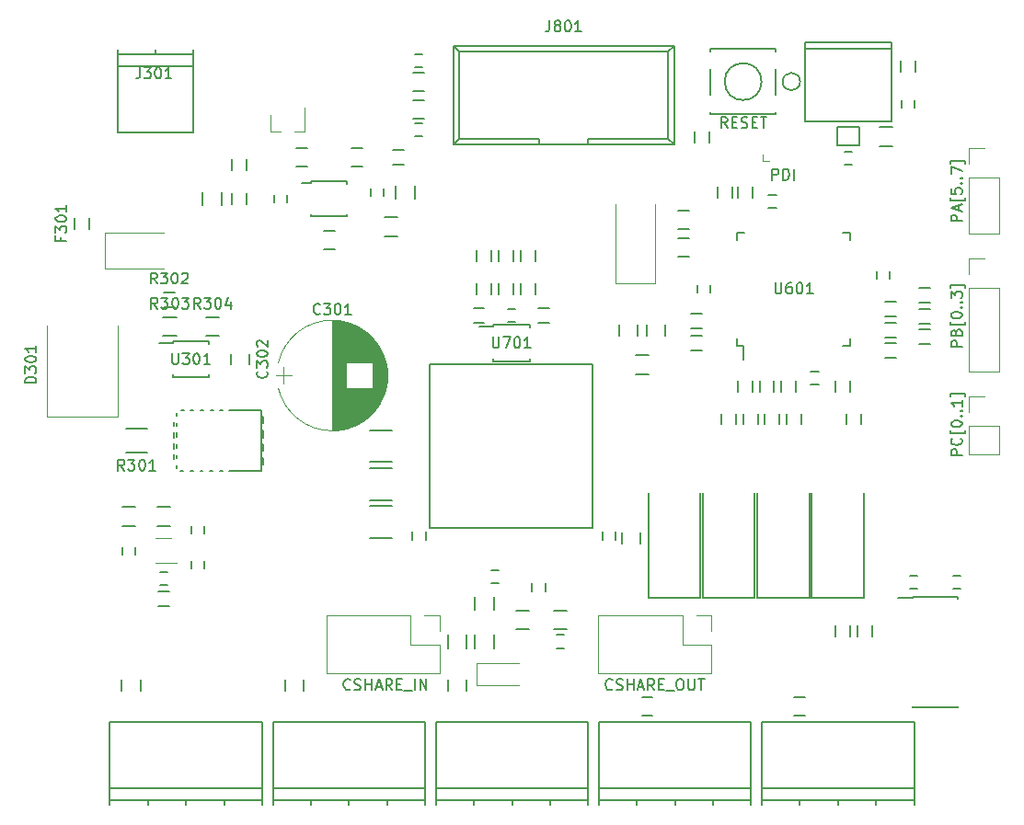
<source format=gto>
G04 #@! TF.FileFunction,Legend,Top*
%FSLAX46Y46*%
G04 Gerber Fmt 4.6, Leading zero omitted, Abs format (unit mm)*
G04 Created by KiCad (PCBNEW 4.0.7) date Saturday, September 09, 2017 'AMt' 08:37:02 AM*
%MOMM*%
%LPD*%
G01*
G04 APERTURE LIST*
%ADD10C,0.100000*%
%ADD11C,0.150000*%
%ADD12C,0.120000*%
G04 APERTURE END LIST*
D10*
D11*
X233785000Y-68745000D02*
X234360000Y-68745000D01*
X233785000Y-58395000D02*
X234460000Y-58395000D01*
X244135000Y-58395000D02*
X243460000Y-58395000D01*
X244135000Y-68745000D02*
X243460000Y-68745000D01*
X233785000Y-68745000D02*
X233785000Y-68070000D01*
X244135000Y-68745000D02*
X244135000Y-68070000D01*
X244135000Y-58395000D02*
X244135000Y-59070000D01*
X233785000Y-58395000D02*
X233785000Y-59070000D01*
X234360000Y-68745000D02*
X234360000Y-70020000D01*
X202000000Y-83525000D02*
X200000000Y-83525000D01*
X200000000Y-86475000D02*
X202000000Y-86475000D01*
X187050000Y-80300000D02*
X189950000Y-80300000D01*
X186150000Y-80300000D02*
X186400000Y-80300000D01*
X185250000Y-80300000D02*
X185500000Y-80300000D01*
X184350000Y-80300000D02*
X184600000Y-80300000D01*
X183500000Y-80300000D02*
X183700000Y-80300000D01*
X182550000Y-80300000D02*
X182800000Y-80300000D01*
X182150000Y-79750000D02*
X182150000Y-80000000D01*
X182150000Y-78850000D02*
X182150000Y-79100000D01*
X181950000Y-78750000D02*
X181950000Y-79150000D01*
X182150000Y-77800000D02*
X182150000Y-78200000D01*
X181950000Y-77750000D02*
X181950000Y-78250000D01*
X182150000Y-76750000D02*
X182150000Y-77150000D01*
X181950000Y-76700000D02*
X181950000Y-77200000D01*
X181950000Y-75800000D02*
X181950000Y-76150000D01*
X182150000Y-75850000D02*
X182150000Y-76150000D01*
X182150000Y-74950000D02*
X182150000Y-75200000D01*
X182850000Y-74700000D02*
X182600000Y-74700000D01*
X183750000Y-74700000D02*
X183500000Y-74700000D01*
X184650000Y-74700000D02*
X184400000Y-74700000D01*
X185550000Y-74700000D02*
X185300000Y-74700000D01*
X186450000Y-74700000D02*
X186150000Y-74700000D01*
X189950000Y-74700000D02*
X187050000Y-74700000D01*
X189950000Y-75900000D02*
X190150000Y-75900000D01*
X190150000Y-75900000D02*
X190150000Y-75300000D01*
X190150000Y-75300000D02*
X189950000Y-75300000D01*
X189950000Y-77200000D02*
X190150000Y-77200000D01*
X190150000Y-77200000D02*
X190150000Y-76600000D01*
X190150000Y-76600000D02*
X189950000Y-76600000D01*
X189950000Y-78400000D02*
X190150000Y-78400000D01*
X190150000Y-78400000D02*
X190150000Y-77800000D01*
X190150000Y-77800000D02*
X189950000Y-77800000D01*
X189950000Y-79700000D02*
X190150000Y-79700000D01*
X190150000Y-79700000D02*
X190150000Y-79100000D01*
X190150000Y-79100000D02*
X189950000Y-79100000D01*
X189950000Y-74700000D02*
X189950000Y-80300000D01*
X209625000Y-96600000D02*
X209625000Y-95400000D01*
X211375000Y-95400000D02*
X211375000Y-96600000D01*
X209625000Y-93100000D02*
X209625000Y-91900000D01*
X211375000Y-91900000D02*
X211375000Y-93100000D01*
D12*
X209750000Y-98000000D02*
X209750000Y-100000000D01*
X209750000Y-100000000D02*
X213650000Y-100000000D01*
X209750000Y-98000000D02*
X213650000Y-98000000D01*
D11*
X203900000Y-86600000D02*
X203900000Y-85900000D01*
X205100000Y-85900000D02*
X205100000Y-86600000D01*
X207125000Y-96600000D02*
X207125000Y-95400000D01*
X208875000Y-95400000D02*
X208875000Y-96600000D01*
X202000000Y-76525000D02*
X200000000Y-76525000D01*
X200000000Y-79475000D02*
X202000000Y-79475000D01*
X202000000Y-80025000D02*
X200000000Y-80025000D01*
X200000000Y-82975000D02*
X202000000Y-82975000D01*
X211175000Y-63000000D02*
X211175000Y-64000000D01*
X209825000Y-64000000D02*
X209825000Y-63000000D01*
X213175000Y-60000000D02*
X213175000Y-61000000D01*
X211825000Y-61000000D02*
X211825000Y-60000000D01*
X211175000Y-60000000D02*
X211175000Y-61000000D01*
X209825000Y-61000000D02*
X209825000Y-60000000D01*
X213175000Y-63000000D02*
X213175000Y-64000000D01*
X211825000Y-64000000D02*
X211825000Y-63000000D01*
X211325000Y-66825000D02*
X211325000Y-67000000D01*
X214675000Y-66825000D02*
X214675000Y-67075000D01*
X214675000Y-70175000D02*
X214675000Y-69925000D01*
X211325000Y-70175000D02*
X211325000Y-69925000D01*
X211325000Y-66825000D02*
X214675000Y-66825000D01*
X211325000Y-70175000D02*
X214675000Y-70175000D01*
X211325000Y-67000000D02*
X210075000Y-67000000D01*
X215175000Y-63000000D02*
X215175000Y-64000000D01*
X213825000Y-64000000D02*
X213825000Y-63000000D01*
X213350000Y-66600000D02*
X212650000Y-66600000D01*
X212650000Y-65400000D02*
X213350000Y-65400000D01*
X215175000Y-60000000D02*
X215175000Y-61000000D01*
X213825000Y-61000000D02*
X213825000Y-60000000D01*
X220500000Y-70500000D02*
X205500000Y-70500000D01*
X220500000Y-85500000D02*
X220500000Y-70500000D01*
X205500000Y-85500000D02*
X220500000Y-85500000D01*
X205500000Y-70500000D02*
X205500000Y-85500000D01*
X217850000Y-96600000D02*
X217150000Y-96600000D01*
X217150000Y-95400000D02*
X217850000Y-95400000D01*
X216900000Y-93125000D02*
X218100000Y-93125000D01*
X218100000Y-94875000D02*
X216900000Y-94875000D01*
X211150000Y-89400000D02*
X211850000Y-89400000D01*
X211850000Y-90600000D02*
X211150000Y-90600000D01*
X216100000Y-90650000D02*
X216100000Y-91350000D01*
X214900000Y-91350000D02*
X214900000Y-90650000D01*
X213400000Y-93125000D02*
X214600000Y-93125000D01*
X214600000Y-94875000D02*
X213400000Y-94875000D01*
X235600000Y-91950000D02*
X235600000Y-82350000D01*
X240400000Y-91950000D02*
X240400000Y-82350000D01*
X235600000Y-91950000D02*
X240400000Y-91950000D01*
X225600000Y-91950000D02*
X225600000Y-82350000D01*
X230400000Y-91950000D02*
X230400000Y-82350000D01*
X225600000Y-91950000D02*
X230400000Y-91950000D01*
X230600000Y-91950000D02*
X230600000Y-82350000D01*
X235400000Y-91950000D02*
X235400000Y-82350000D01*
X230600000Y-91950000D02*
X235400000Y-91950000D01*
X221400000Y-86600000D02*
X221400000Y-85900000D01*
X222600000Y-85900000D02*
X222600000Y-86600000D01*
X240600000Y-91950000D02*
X240600000Y-82350000D01*
X245400000Y-91950000D02*
X245400000Y-82350000D01*
X240600000Y-91950000D02*
X245400000Y-91950000D01*
X223150000Y-86000000D02*
X223150000Y-87000000D01*
X224850000Y-87000000D02*
X224850000Y-86000000D01*
D12*
X201451525Y-70320806D02*
G75*
G03X191548667Y-70320000I-4951525J-1179194D01*
G01*
X201451525Y-72679194D02*
G75*
G02X191548667Y-72680000I-4951525J1179194D01*
G01*
X201451525Y-72679194D02*
G75*
G03X201451333Y-70320000I-4951525J1179194D01*
G01*
X196500000Y-66450000D02*
X196500000Y-76550000D01*
X196540000Y-66450000D02*
X196540000Y-76550000D01*
X196580000Y-66450000D02*
X196580000Y-76550000D01*
X196620000Y-66451000D02*
X196620000Y-76549000D01*
X196660000Y-66452000D02*
X196660000Y-76548000D01*
X196700000Y-66453000D02*
X196700000Y-76547000D01*
X196740000Y-66455000D02*
X196740000Y-76545000D01*
X196780000Y-66457000D02*
X196780000Y-76543000D01*
X196820000Y-66460000D02*
X196820000Y-76540000D01*
X196860000Y-66462000D02*
X196860000Y-76538000D01*
X196900000Y-66465000D02*
X196900000Y-76535000D01*
X196940000Y-66469000D02*
X196940000Y-76531000D01*
X196980000Y-66472000D02*
X196980000Y-76528000D01*
X197020000Y-66476000D02*
X197020000Y-76524000D01*
X197060000Y-66480000D02*
X197060000Y-76520000D01*
X197100000Y-66485000D02*
X197100000Y-76515000D01*
X197140000Y-66490000D02*
X197140000Y-76510000D01*
X197180000Y-66495000D02*
X197180000Y-76505000D01*
X197221000Y-66501000D02*
X197221000Y-76499000D01*
X197261000Y-66507000D02*
X197261000Y-76493000D01*
X197301000Y-66513000D02*
X197301000Y-76487000D01*
X197341000Y-66519000D02*
X197341000Y-76481000D01*
X197381000Y-66526000D02*
X197381000Y-76474000D01*
X197421000Y-66533000D02*
X197421000Y-76467000D01*
X197461000Y-66541000D02*
X197461000Y-76459000D01*
X197501000Y-66549000D02*
X197501000Y-76451000D01*
X197541000Y-66557000D02*
X197541000Y-76443000D01*
X197581000Y-66565000D02*
X197581000Y-76435000D01*
X197621000Y-66574000D02*
X197621000Y-76426000D01*
X197661000Y-66583000D02*
X197661000Y-76417000D01*
X197701000Y-66593000D02*
X197701000Y-76407000D01*
X197741000Y-66603000D02*
X197741000Y-76397000D01*
X197781000Y-66613000D02*
X197781000Y-76387000D01*
X197821000Y-66624000D02*
X197821000Y-70319000D01*
X197821000Y-72681000D02*
X197821000Y-76376000D01*
X197861000Y-66635000D02*
X197861000Y-70319000D01*
X197861000Y-72681000D02*
X197861000Y-76365000D01*
X197901000Y-66646000D02*
X197901000Y-70319000D01*
X197901000Y-72681000D02*
X197901000Y-76354000D01*
X197941000Y-66657000D02*
X197941000Y-70319000D01*
X197941000Y-72681000D02*
X197941000Y-76343000D01*
X197981000Y-66669000D02*
X197981000Y-70319000D01*
X197981000Y-72681000D02*
X197981000Y-76331000D01*
X198021000Y-66682000D02*
X198021000Y-70319000D01*
X198021000Y-72681000D02*
X198021000Y-76318000D01*
X198061000Y-66694000D02*
X198061000Y-70319000D01*
X198061000Y-72681000D02*
X198061000Y-76306000D01*
X198101000Y-66708000D02*
X198101000Y-70319000D01*
X198101000Y-72681000D02*
X198101000Y-76292000D01*
X198141000Y-66721000D02*
X198141000Y-70319000D01*
X198141000Y-72681000D02*
X198141000Y-76279000D01*
X198181000Y-66735000D02*
X198181000Y-70319000D01*
X198181000Y-72681000D02*
X198181000Y-76265000D01*
X198221000Y-66749000D02*
X198221000Y-70319000D01*
X198221000Y-72681000D02*
X198221000Y-76251000D01*
X198261000Y-66763000D02*
X198261000Y-70319000D01*
X198261000Y-72681000D02*
X198261000Y-76237000D01*
X198301000Y-66778000D02*
X198301000Y-70319000D01*
X198301000Y-72681000D02*
X198301000Y-76222000D01*
X198341000Y-66794000D02*
X198341000Y-70319000D01*
X198341000Y-72681000D02*
X198341000Y-76206000D01*
X198381000Y-66809000D02*
X198381000Y-70319000D01*
X198381000Y-72681000D02*
X198381000Y-76191000D01*
X198421000Y-66826000D02*
X198421000Y-70319000D01*
X198421000Y-72681000D02*
X198421000Y-76174000D01*
X198461000Y-66842000D02*
X198461000Y-70319000D01*
X198461000Y-72681000D02*
X198461000Y-76158000D01*
X198501000Y-66859000D02*
X198501000Y-70319000D01*
X198501000Y-72681000D02*
X198501000Y-76141000D01*
X198541000Y-66876000D02*
X198541000Y-70319000D01*
X198541000Y-72681000D02*
X198541000Y-76124000D01*
X198581000Y-66894000D02*
X198581000Y-70319000D01*
X198581000Y-72681000D02*
X198581000Y-76106000D01*
X198621000Y-66912000D02*
X198621000Y-70319000D01*
X198621000Y-72681000D02*
X198621000Y-76088000D01*
X198661000Y-66931000D02*
X198661000Y-70319000D01*
X198661000Y-72681000D02*
X198661000Y-76069000D01*
X198701000Y-66950000D02*
X198701000Y-70319000D01*
X198701000Y-72681000D02*
X198701000Y-76050000D01*
X198741000Y-66969000D02*
X198741000Y-70319000D01*
X198741000Y-72681000D02*
X198741000Y-76031000D01*
X198781000Y-66989000D02*
X198781000Y-70319000D01*
X198781000Y-72681000D02*
X198781000Y-76011000D01*
X198821000Y-67009000D02*
X198821000Y-70319000D01*
X198821000Y-72681000D02*
X198821000Y-75991000D01*
X198861000Y-67030000D02*
X198861000Y-70319000D01*
X198861000Y-72681000D02*
X198861000Y-75970000D01*
X198901000Y-67051000D02*
X198901000Y-70319000D01*
X198901000Y-72681000D02*
X198901000Y-75949000D01*
X198941000Y-67072000D02*
X198941000Y-70319000D01*
X198941000Y-72681000D02*
X198941000Y-75928000D01*
X198981000Y-67095000D02*
X198981000Y-70319000D01*
X198981000Y-72681000D02*
X198981000Y-75905000D01*
X199021000Y-67117000D02*
X199021000Y-70319000D01*
X199021000Y-72681000D02*
X199021000Y-75883000D01*
X199061000Y-67140000D02*
X199061000Y-70319000D01*
X199061000Y-72681000D02*
X199061000Y-75860000D01*
X199101000Y-67164000D02*
X199101000Y-70319000D01*
X199101000Y-72681000D02*
X199101000Y-75836000D01*
X199141000Y-67188000D02*
X199141000Y-70319000D01*
X199141000Y-72681000D02*
X199141000Y-75812000D01*
X199181000Y-67212000D02*
X199181000Y-70319000D01*
X199181000Y-72681000D02*
X199181000Y-75788000D01*
X199221000Y-67237000D02*
X199221000Y-70319000D01*
X199221000Y-72681000D02*
X199221000Y-75763000D01*
X199261000Y-67263000D02*
X199261000Y-70319000D01*
X199261000Y-72681000D02*
X199261000Y-75737000D01*
X199301000Y-67289000D02*
X199301000Y-70319000D01*
X199301000Y-72681000D02*
X199301000Y-75711000D01*
X199341000Y-67315000D02*
X199341000Y-70319000D01*
X199341000Y-72681000D02*
X199341000Y-75685000D01*
X199381000Y-67343000D02*
X199381000Y-70319000D01*
X199381000Y-72681000D02*
X199381000Y-75657000D01*
X199421000Y-67370000D02*
X199421000Y-70319000D01*
X199421000Y-72681000D02*
X199421000Y-75630000D01*
X199461000Y-67399000D02*
X199461000Y-70319000D01*
X199461000Y-72681000D02*
X199461000Y-75601000D01*
X199501000Y-67428000D02*
X199501000Y-70319000D01*
X199501000Y-72681000D02*
X199501000Y-75572000D01*
X199541000Y-67457000D02*
X199541000Y-70319000D01*
X199541000Y-72681000D02*
X199541000Y-75543000D01*
X199581000Y-67487000D02*
X199581000Y-70319000D01*
X199581000Y-72681000D02*
X199581000Y-75513000D01*
X199621000Y-67518000D02*
X199621000Y-70319000D01*
X199621000Y-72681000D02*
X199621000Y-75482000D01*
X199661000Y-67549000D02*
X199661000Y-70319000D01*
X199661000Y-72681000D02*
X199661000Y-75451000D01*
X199701000Y-67581000D02*
X199701000Y-70319000D01*
X199701000Y-72681000D02*
X199701000Y-75419000D01*
X199741000Y-67614000D02*
X199741000Y-70319000D01*
X199741000Y-72681000D02*
X199741000Y-75386000D01*
X199781000Y-67647000D02*
X199781000Y-70319000D01*
X199781000Y-72681000D02*
X199781000Y-75353000D01*
X199821000Y-67681000D02*
X199821000Y-70319000D01*
X199821000Y-72681000D02*
X199821000Y-75319000D01*
X199861000Y-67716000D02*
X199861000Y-70319000D01*
X199861000Y-72681000D02*
X199861000Y-75284000D01*
X199901000Y-67752000D02*
X199901000Y-70319000D01*
X199901000Y-72681000D02*
X199901000Y-75248000D01*
X199941000Y-67788000D02*
X199941000Y-70319000D01*
X199941000Y-72681000D02*
X199941000Y-75212000D01*
X199981000Y-67825000D02*
X199981000Y-70319000D01*
X199981000Y-72681000D02*
X199981000Y-75175000D01*
X200021000Y-67863000D02*
X200021000Y-70319000D01*
X200021000Y-72681000D02*
X200021000Y-75137000D01*
X200061000Y-67902000D02*
X200061000Y-70319000D01*
X200061000Y-72681000D02*
X200061000Y-75098000D01*
X200101000Y-67941000D02*
X200101000Y-70319000D01*
X200101000Y-72681000D02*
X200101000Y-75059000D01*
X200141000Y-67982000D02*
X200141000Y-70319000D01*
X200141000Y-72681000D02*
X200141000Y-75018000D01*
X200181000Y-68023000D02*
X200181000Y-74977000D01*
X200221000Y-68065000D02*
X200221000Y-74935000D01*
X200261000Y-68109000D02*
X200261000Y-74891000D01*
X200301000Y-68153000D02*
X200301000Y-74847000D01*
X200341000Y-68198000D02*
X200341000Y-74802000D01*
X200381000Y-68245000D02*
X200381000Y-74755000D01*
X200421000Y-68293000D02*
X200421000Y-74707000D01*
X200461000Y-68342000D02*
X200461000Y-74658000D01*
X200501000Y-68392000D02*
X200501000Y-74608000D01*
X200541000Y-68443000D02*
X200541000Y-74557000D01*
X200581000Y-68496000D02*
X200581000Y-74504000D01*
X200621000Y-68551000D02*
X200621000Y-74449000D01*
X200661000Y-68606000D02*
X200661000Y-74394000D01*
X200701000Y-68664000D02*
X200701000Y-74336000D01*
X200741000Y-68723000D02*
X200741000Y-74277000D01*
X200781000Y-68785000D02*
X200781000Y-74215000D01*
X200821000Y-68848000D02*
X200821000Y-74152000D01*
X200861000Y-68913000D02*
X200861000Y-74087000D01*
X200901000Y-68981000D02*
X200901000Y-74019000D01*
X200941000Y-69051000D02*
X200941000Y-73949000D01*
X200981000Y-69123000D02*
X200981000Y-73877000D01*
X201021000Y-69199000D02*
X201021000Y-73801000D01*
X201061000Y-69278000D02*
X201061000Y-73722000D01*
X201101000Y-69360000D02*
X201101000Y-73640000D01*
X201141000Y-69447000D02*
X201141000Y-73553000D01*
X201181000Y-69538000D02*
X201181000Y-73462000D01*
X201221000Y-69634000D02*
X201221000Y-73366000D01*
X201261000Y-69737000D02*
X201261000Y-73263000D01*
X201301000Y-69846000D02*
X201301000Y-73154000D01*
X201341000Y-69964000D02*
X201341000Y-73036000D01*
X201381000Y-70093000D02*
X201381000Y-72907000D01*
X201421000Y-70235000D02*
X201421000Y-72765000D01*
X201461000Y-70396000D02*
X201461000Y-72604000D01*
X201501000Y-70587000D02*
X201501000Y-72413000D01*
X201541000Y-70828000D02*
X201541000Y-72172000D01*
X201581000Y-71221000D02*
X201581000Y-71779000D01*
X191300000Y-71500000D02*
X192800000Y-71500000D01*
X192050000Y-70750000D02*
X192050000Y-72250000D01*
D11*
X188850000Y-70500000D02*
X188850000Y-69500000D01*
X187150000Y-69500000D02*
X187150000Y-70500000D01*
X177200000Y-87980000D02*
X177200000Y-87280000D01*
X178400000Y-87280000D02*
X178400000Y-87980000D01*
X183550000Y-86075000D02*
X183550000Y-85375000D01*
X184750000Y-85375000D02*
X184750000Y-86075000D01*
X183550000Y-89250000D02*
X183550000Y-88550000D01*
X184750000Y-88550000D02*
X184750000Y-89250000D01*
X181325000Y-90770000D02*
X180625000Y-90770000D01*
X180625000Y-89570000D02*
X181325000Y-89570000D01*
X201260000Y-54260000D02*
X201260000Y-54960000D01*
X200060000Y-54960000D02*
X200060000Y-54260000D01*
X198255000Y-52285000D02*
X199255000Y-52285000D01*
X199255000Y-50585000D02*
X198255000Y-50585000D01*
X194175000Y-50585000D02*
X193175000Y-50585000D01*
X193175000Y-52285000D02*
X194175000Y-52285000D01*
X192370000Y-54895000D02*
X192370000Y-55595000D01*
X191170000Y-55595000D02*
X191170000Y-54895000D01*
X196715000Y-58205000D02*
X195715000Y-58205000D01*
X195715000Y-59905000D02*
X196715000Y-59905000D01*
X222900000Y-66810000D02*
X222900000Y-67810000D01*
X224600000Y-67810000D02*
X224600000Y-66810000D01*
X236650000Y-54900000D02*
X237350000Y-54900000D01*
X237350000Y-56100000D02*
X236650000Y-56100000D01*
X247845000Y-61880000D02*
X247845000Y-62580000D01*
X246645000Y-62580000D02*
X246645000Y-61880000D01*
X241245000Y-72355000D02*
X240545000Y-72355000D01*
X240545000Y-71155000D02*
X241245000Y-71155000D01*
X230135000Y-63850000D02*
X230135000Y-63150000D01*
X231335000Y-63150000D02*
X231335000Y-63850000D01*
X225440000Y-66810000D02*
X225440000Y-67810000D01*
X227140000Y-67810000D02*
X227140000Y-66810000D01*
X228330000Y-60540000D02*
X229330000Y-60540000D01*
X229330000Y-58840000D02*
X228330000Y-58840000D01*
X228330000Y-58000000D02*
X229330000Y-58000000D01*
X229330000Y-56300000D02*
X228330000Y-56300000D01*
X204820000Y-49495000D02*
X204120000Y-49495000D01*
X204120000Y-48295000D02*
X204820000Y-48295000D01*
X203970000Y-47840000D02*
X204970000Y-47840000D01*
X204970000Y-46140000D02*
X203970000Y-46140000D01*
X204820000Y-43145000D02*
X204120000Y-43145000D01*
X204120000Y-41945000D02*
X204820000Y-41945000D01*
X203970000Y-45300000D02*
X204970000Y-45300000D01*
X204970000Y-43600000D02*
X203970000Y-43600000D01*
X249650000Y-89900000D02*
X250350000Y-89900000D01*
X250350000Y-91100000D02*
X249650000Y-91100000D01*
X254350000Y-91100000D02*
X253650000Y-91100000D01*
X253650000Y-89900000D02*
X254350000Y-89900000D01*
X177150000Y-99500000D02*
X177150000Y-100500000D01*
X178850000Y-100500000D02*
X178850000Y-99500000D01*
X192150000Y-99500000D02*
X192150000Y-100500000D01*
X193850000Y-100500000D02*
X193850000Y-99500000D01*
X207150000Y-99500000D02*
X207150000Y-100500000D01*
X208850000Y-100500000D02*
X208850000Y-99500000D01*
X226000000Y-101150000D02*
X225000000Y-101150000D01*
X225000000Y-102850000D02*
X226000000Y-102850000D01*
X240000000Y-101150000D02*
X239000000Y-101150000D01*
X239000000Y-102850000D02*
X240000000Y-102850000D01*
X244350000Y-52100000D02*
X243650000Y-52100000D01*
X243650000Y-50900000D02*
X244350000Y-50900000D01*
X250100000Y-46150000D02*
X250100000Y-46850000D01*
X248900000Y-46850000D02*
X248900000Y-46150000D01*
D12*
X176750000Y-75300000D02*
X170250000Y-75300000D01*
X176750000Y-75300000D02*
X176750000Y-66900000D01*
X170250000Y-75300000D02*
X170250000Y-66900000D01*
X175600000Y-58350000D02*
X175600000Y-61650000D01*
X175600000Y-61650000D02*
X181000000Y-61650000D01*
X175600000Y-58350000D02*
X181000000Y-58350000D01*
X190825000Y-49020000D02*
X191755000Y-49020000D01*
X193985000Y-49020000D02*
X193055000Y-49020000D01*
X193985000Y-49020000D02*
X193985000Y-46860000D01*
X190825000Y-49020000D02*
X190825000Y-47560000D01*
D11*
X174175000Y-57000000D02*
X174175000Y-58000000D01*
X172825000Y-58000000D02*
X172825000Y-57000000D01*
X225620000Y-71360000D02*
X224420000Y-71360000D01*
X224420000Y-69610000D02*
X225620000Y-69610000D01*
X248100000Y-50375000D02*
X246900000Y-50375000D01*
X246900000Y-48625000D02*
X248100000Y-48625000D01*
X180250000Y-41900000D02*
X180250000Y-41500000D01*
X183750000Y-43000000D02*
X176750000Y-43000000D01*
X183750000Y-41900000D02*
X176750000Y-41900000D01*
X183750000Y-49100000D02*
X183750000Y-41500000D01*
X176750000Y-41500000D02*
X176750000Y-49100000D01*
X176750000Y-49100000D02*
X183750000Y-49100000D01*
D12*
X236095000Y-51770000D02*
X236095000Y-51135000D01*
X236730000Y-51770000D02*
X236095000Y-51770000D01*
D11*
X207645000Y-41170000D02*
X227965000Y-41170000D01*
X208185000Y-41720000D02*
X227405000Y-41720000D01*
X207645000Y-50270000D02*
X227965000Y-50270000D01*
X208185000Y-49720000D02*
X215555000Y-49720000D01*
X220055000Y-49720000D02*
X227405000Y-49720000D01*
X215555000Y-49720000D02*
X215555000Y-50270000D01*
X220055000Y-49720000D02*
X220055000Y-50270000D01*
X207645000Y-41170000D02*
X207645000Y-50270000D01*
X208185000Y-41720000D02*
X208185000Y-49720000D01*
X227965000Y-41170000D02*
X227965000Y-50270000D01*
X227405000Y-41720000D02*
X227405000Y-49720000D01*
X207645000Y-41170000D02*
X208185000Y-41720000D01*
X227965000Y-41170000D02*
X227405000Y-41720000D01*
X207645000Y-50270000D02*
X208185000Y-49720000D01*
X227965000Y-50270000D02*
X227405000Y-49720000D01*
X179550000Y-110600000D02*
X179550000Y-111000000D01*
X183050000Y-110600000D02*
X183050000Y-111000000D01*
X186550000Y-110600000D02*
X186550000Y-111000000D01*
X176050000Y-109500000D02*
X190050000Y-109500000D01*
X176050000Y-110600000D02*
X190050000Y-110600000D01*
X176050000Y-103400000D02*
X176050000Y-111000000D01*
X190050000Y-111000000D02*
X190050000Y-103400000D01*
X190050000Y-103400000D02*
X176050000Y-103400000D01*
X194550000Y-110600000D02*
X194550000Y-111000000D01*
X198050000Y-110600000D02*
X198050000Y-111000000D01*
X201550000Y-110600000D02*
X201550000Y-111000000D01*
X191050000Y-109500000D02*
X205050000Y-109500000D01*
X191050000Y-110600000D02*
X205050000Y-110600000D01*
X191050000Y-103400000D02*
X191050000Y-111000000D01*
X205050000Y-111000000D02*
X205050000Y-103400000D01*
X205050000Y-103400000D02*
X191050000Y-103400000D01*
X209550000Y-110600000D02*
X209550000Y-111000000D01*
X213050000Y-110600000D02*
X213050000Y-111000000D01*
X216550000Y-110600000D02*
X216550000Y-111000000D01*
X206050000Y-109500000D02*
X220050000Y-109500000D01*
X206050000Y-110600000D02*
X220050000Y-110600000D01*
X206050000Y-103400000D02*
X206050000Y-111000000D01*
X220050000Y-111000000D02*
X220050000Y-103400000D01*
X220050000Y-103400000D02*
X206050000Y-103400000D01*
X224550000Y-110600000D02*
X224550000Y-111000000D01*
X228050000Y-110600000D02*
X228050000Y-111000000D01*
X231550000Y-110600000D02*
X231550000Y-111000000D01*
X221050000Y-109500000D02*
X235050000Y-109500000D01*
X221050000Y-110600000D02*
X235050000Y-110600000D01*
X221050000Y-103400000D02*
X221050000Y-111000000D01*
X235050000Y-111000000D02*
X235050000Y-103400000D01*
X235050000Y-103400000D02*
X221050000Y-103400000D01*
X239550000Y-110600000D02*
X239550000Y-111000000D01*
X243050000Y-110600000D02*
X243050000Y-111000000D01*
X246550000Y-110600000D02*
X246550000Y-111000000D01*
X236050000Y-109500000D02*
X250050000Y-109500000D01*
X236050000Y-110600000D02*
X250050000Y-110600000D01*
X236050000Y-103400000D02*
X236050000Y-111000000D01*
X250050000Y-111000000D02*
X250050000Y-103400000D01*
X250050000Y-103400000D02*
X236050000Y-103400000D01*
D12*
X255110000Y-53270000D02*
X255110000Y-58470000D01*
X255110000Y-58470000D02*
X257890000Y-58470000D01*
X257890000Y-58470000D02*
X257890000Y-53270000D01*
X257890000Y-53270000D02*
X255110000Y-53270000D01*
X255110000Y-52000000D02*
X255110000Y-50610000D01*
X255110000Y-50610000D02*
X256500000Y-50610000D01*
X255110000Y-63430000D02*
X255110000Y-71170000D01*
X255110000Y-71170000D02*
X257890000Y-71170000D01*
X257890000Y-71170000D02*
X257890000Y-63430000D01*
X257890000Y-63430000D02*
X255110000Y-63430000D01*
X255110000Y-62160000D02*
X255110000Y-60770000D01*
X255110000Y-60770000D02*
X256500000Y-60770000D01*
D11*
X248000000Y-40805000D02*
X240000000Y-40805000D01*
X248000000Y-48125000D02*
X240000000Y-48125000D01*
X240000000Y-48125000D02*
X240000000Y-40805000D01*
X240000000Y-41425000D02*
X248000000Y-41425000D01*
X248000000Y-40805000D02*
X248000000Y-48125000D01*
X186295000Y-54645000D02*
X186295000Y-55845000D01*
X184545000Y-55845000D02*
X184545000Y-54645000D01*
X177500000Y-76425000D02*
X179500000Y-76425000D01*
X179500000Y-78575000D02*
X177500000Y-78575000D01*
X182000000Y-65175000D02*
X181000000Y-65175000D01*
X181000000Y-63825000D02*
X182000000Y-63825000D01*
X182150000Y-67875000D02*
X180950000Y-67875000D01*
X180950000Y-66125000D02*
X182150000Y-66125000D01*
X186100000Y-67875000D02*
X184900000Y-67875000D01*
X184900000Y-66125000D02*
X186100000Y-66125000D01*
X178400000Y-85330000D02*
X177200000Y-85330000D01*
X177200000Y-83580000D02*
X178400000Y-83580000D01*
X181575000Y-85330000D02*
X180375000Y-85330000D01*
X180375000Y-83580000D02*
X181575000Y-83580000D01*
X180475000Y-91400000D02*
X181475000Y-91400000D01*
X181475000Y-92750000D02*
X180475000Y-92750000D01*
X188635000Y-51570000D02*
X188635000Y-52570000D01*
X187285000Y-52570000D02*
X187285000Y-51570000D01*
X202065000Y-50760000D02*
X203065000Y-50760000D01*
X203065000Y-52110000D02*
X202065000Y-52110000D01*
X202325000Y-55210000D02*
X202325000Y-54010000D01*
X204075000Y-54010000D02*
X204075000Y-55210000D01*
X187285000Y-55745000D02*
X187285000Y-54745000D01*
X188635000Y-54745000D02*
X188635000Y-55745000D01*
X201330000Y-56910000D02*
X202530000Y-56910000D01*
X202530000Y-58660000D02*
X201330000Y-58660000D01*
X230500000Y-67175000D02*
X229500000Y-67175000D01*
X229500000Y-65825000D02*
X230500000Y-65825000D01*
X230500000Y-69175000D02*
X229500000Y-69175000D01*
X229500000Y-67825000D02*
X230500000Y-67825000D01*
X233675000Y-75000000D02*
X233675000Y-76000000D01*
X232325000Y-76000000D02*
X232325000Y-75000000D01*
X233315000Y-54110000D02*
X233315000Y-55110000D01*
X231965000Y-55110000D02*
X231965000Y-54110000D01*
X235220000Y-54110000D02*
X235220000Y-55110000D01*
X233870000Y-55110000D02*
X233870000Y-54110000D01*
X210500000Y-66675000D02*
X209500000Y-66675000D01*
X209500000Y-65325000D02*
X210500000Y-65325000D01*
X216500000Y-66675000D02*
X215500000Y-66675000D01*
X215500000Y-65325000D02*
X216500000Y-65325000D01*
X235175000Y-72000000D02*
X235175000Y-73000000D01*
X233825000Y-73000000D02*
X233825000Y-72000000D01*
X235675000Y-75000000D02*
X235675000Y-76000000D01*
X234325000Y-76000000D02*
X234325000Y-75000000D01*
X237175000Y-72000000D02*
X237175000Y-73000000D01*
X235825000Y-73000000D02*
X235825000Y-72000000D01*
X237675000Y-75000000D02*
X237675000Y-76000000D01*
X236325000Y-76000000D02*
X236325000Y-75000000D01*
X239175000Y-72000000D02*
X239175000Y-73000000D01*
X237825000Y-73000000D02*
X237825000Y-72000000D01*
X239675000Y-75000000D02*
X239675000Y-76000000D01*
X238325000Y-76000000D02*
X238325000Y-75000000D01*
X244175000Y-72000000D02*
X244175000Y-73000000D01*
X242825000Y-73000000D02*
X242825000Y-72000000D01*
X245175000Y-75000000D02*
X245175000Y-76000000D01*
X243825000Y-76000000D02*
X243825000Y-75000000D01*
X247380000Y-68540000D02*
X248380000Y-68540000D01*
X248380000Y-69890000D02*
X247380000Y-69890000D01*
X250555000Y-67270000D02*
X251555000Y-67270000D01*
X251555000Y-68620000D02*
X250555000Y-68620000D01*
X247380000Y-66635000D02*
X248380000Y-66635000D01*
X248380000Y-67985000D02*
X247380000Y-67985000D01*
X250555000Y-65365000D02*
X251555000Y-65365000D01*
X251555000Y-66715000D02*
X250555000Y-66715000D01*
X247380000Y-64730000D02*
X248380000Y-64730000D01*
X248380000Y-66080000D02*
X247380000Y-66080000D01*
X250555000Y-63460000D02*
X251555000Y-63460000D01*
X251555000Y-64810000D02*
X250555000Y-64810000D01*
X231180000Y-49030000D02*
X231180000Y-50030000D01*
X229830000Y-50030000D02*
X229830000Y-49030000D01*
X244825000Y-95500000D02*
X244825000Y-94500000D01*
X246175000Y-94500000D02*
X246175000Y-95500000D01*
X242825000Y-95500000D02*
X242825000Y-94500000D01*
X244175000Y-94500000D02*
X244175000Y-95500000D01*
X250175000Y-42500000D02*
X250175000Y-43500000D01*
X248825000Y-43500000D02*
X248825000Y-42500000D01*
X237315000Y-41450000D02*
X237315000Y-41650000D01*
X237315000Y-47450000D02*
X237315000Y-47250000D01*
X231315000Y-47450000D02*
X231315000Y-47250000D01*
X231315000Y-41450000D02*
X231315000Y-41650000D01*
X231315000Y-43250000D02*
X231315000Y-45650000D01*
X237315000Y-43250000D02*
X237315000Y-45650000D01*
X237315000Y-41450000D02*
X231315000Y-41450000D01*
X231315000Y-47450000D02*
X237315000Y-47450000D01*
X236015000Y-44450000D02*
G75*
G03X236015000Y-44450000I-1700000J0D01*
G01*
X239563219Y-44450000D02*
G75*
G03X239563219Y-44450000I-803219J0D01*
G01*
X181825000Y-68325000D02*
X181825000Y-68550000D01*
X185175000Y-68325000D02*
X185175000Y-68625000D01*
X185175000Y-71675000D02*
X185175000Y-71375000D01*
X181825000Y-71675000D02*
X181825000Y-71375000D01*
X181825000Y-68325000D02*
X185175000Y-68325000D01*
X181825000Y-71675000D02*
X185175000Y-71675000D01*
X181825000Y-68550000D02*
X180600000Y-68550000D01*
D12*
X180275000Y-88790000D02*
X182175000Y-88790000D01*
X181675000Y-86470000D02*
X180275000Y-86470000D01*
D11*
X194590000Y-53620000D02*
X194590000Y-53745000D01*
X197840000Y-53620000D02*
X197840000Y-53835000D01*
X197840000Y-56870000D02*
X197840000Y-56655000D01*
X194590000Y-56870000D02*
X194590000Y-56655000D01*
X194590000Y-53620000D02*
X197840000Y-53620000D01*
X194590000Y-56870000D02*
X197840000Y-56870000D01*
X194590000Y-53745000D02*
X193665000Y-53745000D01*
X249925000Y-91925000D02*
X249925000Y-91950000D01*
X254075000Y-91925000D02*
X254075000Y-92030000D01*
X254075000Y-102075000D02*
X254075000Y-101970000D01*
X249925000Y-102075000D02*
X249925000Y-101970000D01*
X249925000Y-91925000D02*
X254075000Y-91925000D01*
X249925000Y-102075000D02*
X254075000Y-102075000D01*
X249925000Y-91950000D02*
X248550000Y-91950000D01*
X245049020Y-50350900D02*
X242950980Y-50350900D01*
X242950980Y-50350900D02*
X242950980Y-48649100D01*
X242950980Y-48649100D02*
X245049020Y-48649100D01*
X245049020Y-48649100D02*
X245049020Y-50350900D01*
D12*
X222585000Y-55720000D02*
X222585000Y-63045000D01*
X222585000Y-63045000D02*
X226185000Y-63045000D01*
X226185000Y-63045000D02*
X226185000Y-55720000D01*
X255110000Y-76130000D02*
X255110000Y-78790000D01*
X255110000Y-78790000D02*
X257890000Y-78790000D01*
X257890000Y-78790000D02*
X257890000Y-76130000D01*
X257890000Y-76130000D02*
X255110000Y-76130000D01*
X255110000Y-74860000D02*
X255110000Y-73470000D01*
X255110000Y-73470000D02*
X256500000Y-73470000D01*
X203730000Y-93610000D02*
X195990000Y-93610000D01*
X195990000Y-93610000D02*
X195990000Y-98930000D01*
X195990000Y-98930000D02*
X206390000Y-98930000D01*
X206390000Y-98930000D02*
X206390000Y-96270000D01*
X206390000Y-96270000D02*
X203730000Y-96270000D01*
X203730000Y-96270000D02*
X203730000Y-93610000D01*
X205000000Y-93610000D02*
X206390000Y-93610000D01*
X206390000Y-93610000D02*
X206390000Y-95000000D01*
X228730000Y-93610000D02*
X220990000Y-93610000D01*
X220990000Y-93610000D02*
X220990000Y-98930000D01*
X220990000Y-98930000D02*
X231390000Y-98930000D01*
X231390000Y-98930000D02*
X231390000Y-96270000D01*
X231390000Y-96270000D02*
X228730000Y-96270000D01*
X228730000Y-96270000D02*
X228730000Y-93610000D01*
X230000000Y-93610000D02*
X231390000Y-93610000D01*
X231390000Y-93610000D02*
X231390000Y-95000000D01*
D11*
X237275714Y-62952381D02*
X237275714Y-63761905D01*
X237323333Y-63857143D01*
X237370952Y-63904762D01*
X237466190Y-63952381D01*
X237656667Y-63952381D01*
X237751905Y-63904762D01*
X237799524Y-63857143D01*
X237847143Y-63761905D01*
X237847143Y-62952381D01*
X238751905Y-62952381D02*
X238561428Y-62952381D01*
X238466190Y-63000000D01*
X238418571Y-63047619D01*
X238323333Y-63190476D01*
X238275714Y-63380952D01*
X238275714Y-63761905D01*
X238323333Y-63857143D01*
X238370952Y-63904762D01*
X238466190Y-63952381D01*
X238656667Y-63952381D01*
X238751905Y-63904762D01*
X238799524Y-63857143D01*
X238847143Y-63761905D01*
X238847143Y-63523810D01*
X238799524Y-63428571D01*
X238751905Y-63380952D01*
X238656667Y-63333333D01*
X238466190Y-63333333D01*
X238370952Y-63380952D01*
X238323333Y-63428571D01*
X238275714Y-63523810D01*
X239466190Y-62952381D02*
X239561429Y-62952381D01*
X239656667Y-63000000D01*
X239704286Y-63047619D01*
X239751905Y-63142857D01*
X239799524Y-63333333D01*
X239799524Y-63571429D01*
X239751905Y-63761905D01*
X239704286Y-63857143D01*
X239656667Y-63904762D01*
X239561429Y-63952381D01*
X239466190Y-63952381D01*
X239370952Y-63904762D01*
X239323333Y-63857143D01*
X239275714Y-63761905D01*
X239228095Y-63571429D01*
X239228095Y-63333333D01*
X239275714Y-63142857D01*
X239323333Y-63047619D01*
X239370952Y-63000000D01*
X239466190Y-62952381D01*
X240751905Y-63952381D02*
X240180476Y-63952381D01*
X240466190Y-63952381D02*
X240466190Y-62952381D01*
X240370952Y-63095238D01*
X240275714Y-63190476D01*
X240180476Y-63238095D01*
X211285714Y-67952381D02*
X211285714Y-68761905D01*
X211333333Y-68857143D01*
X211380952Y-68904762D01*
X211476190Y-68952381D01*
X211666667Y-68952381D01*
X211761905Y-68904762D01*
X211809524Y-68857143D01*
X211857143Y-68761905D01*
X211857143Y-67952381D01*
X212238095Y-67952381D02*
X212904762Y-67952381D01*
X212476190Y-68952381D01*
X213476190Y-67952381D02*
X213571429Y-67952381D01*
X213666667Y-68000000D01*
X213714286Y-68047619D01*
X213761905Y-68142857D01*
X213809524Y-68333333D01*
X213809524Y-68571429D01*
X213761905Y-68761905D01*
X213714286Y-68857143D01*
X213666667Y-68904762D01*
X213571429Y-68952381D01*
X213476190Y-68952381D01*
X213380952Y-68904762D01*
X213333333Y-68857143D01*
X213285714Y-68761905D01*
X213238095Y-68571429D01*
X213238095Y-68333333D01*
X213285714Y-68142857D01*
X213333333Y-68047619D01*
X213380952Y-68000000D01*
X213476190Y-67952381D01*
X214761905Y-68952381D02*
X214190476Y-68952381D01*
X214476190Y-68952381D02*
X214476190Y-67952381D01*
X214380952Y-68095238D01*
X214285714Y-68190476D01*
X214190476Y-68238095D01*
X195380953Y-65797143D02*
X195333334Y-65844762D01*
X195190477Y-65892381D01*
X195095239Y-65892381D01*
X194952381Y-65844762D01*
X194857143Y-65749524D01*
X194809524Y-65654286D01*
X194761905Y-65463810D01*
X194761905Y-65320952D01*
X194809524Y-65130476D01*
X194857143Y-65035238D01*
X194952381Y-64940000D01*
X195095239Y-64892381D01*
X195190477Y-64892381D01*
X195333334Y-64940000D01*
X195380953Y-64987619D01*
X195714286Y-64892381D02*
X196333334Y-64892381D01*
X196000000Y-65273333D01*
X196142858Y-65273333D01*
X196238096Y-65320952D01*
X196285715Y-65368571D01*
X196333334Y-65463810D01*
X196333334Y-65701905D01*
X196285715Y-65797143D01*
X196238096Y-65844762D01*
X196142858Y-65892381D01*
X195857143Y-65892381D01*
X195761905Y-65844762D01*
X195714286Y-65797143D01*
X196952381Y-64892381D02*
X197047620Y-64892381D01*
X197142858Y-64940000D01*
X197190477Y-64987619D01*
X197238096Y-65082857D01*
X197285715Y-65273333D01*
X197285715Y-65511429D01*
X197238096Y-65701905D01*
X197190477Y-65797143D01*
X197142858Y-65844762D01*
X197047620Y-65892381D01*
X196952381Y-65892381D01*
X196857143Y-65844762D01*
X196809524Y-65797143D01*
X196761905Y-65701905D01*
X196714286Y-65511429D01*
X196714286Y-65273333D01*
X196761905Y-65082857D01*
X196809524Y-64987619D01*
X196857143Y-64940000D01*
X196952381Y-64892381D01*
X198238096Y-65892381D02*
X197666667Y-65892381D01*
X197952381Y-65892381D02*
X197952381Y-64892381D01*
X197857143Y-65035238D01*
X197761905Y-65130476D01*
X197666667Y-65178095D01*
X190457143Y-71119047D02*
X190504762Y-71166666D01*
X190552381Y-71309523D01*
X190552381Y-71404761D01*
X190504762Y-71547619D01*
X190409524Y-71642857D01*
X190314286Y-71690476D01*
X190123810Y-71738095D01*
X189980952Y-71738095D01*
X189790476Y-71690476D01*
X189695238Y-71642857D01*
X189600000Y-71547619D01*
X189552381Y-71404761D01*
X189552381Y-71309523D01*
X189600000Y-71166666D01*
X189647619Y-71119047D01*
X189552381Y-70785714D02*
X189552381Y-70166666D01*
X189933333Y-70500000D01*
X189933333Y-70357142D01*
X189980952Y-70261904D01*
X190028571Y-70214285D01*
X190123810Y-70166666D01*
X190361905Y-70166666D01*
X190457143Y-70214285D01*
X190504762Y-70261904D01*
X190552381Y-70357142D01*
X190552381Y-70642857D01*
X190504762Y-70738095D01*
X190457143Y-70785714D01*
X189552381Y-69547619D02*
X189552381Y-69452380D01*
X189600000Y-69357142D01*
X189647619Y-69309523D01*
X189742857Y-69261904D01*
X189933333Y-69214285D01*
X190171429Y-69214285D01*
X190361905Y-69261904D01*
X190457143Y-69309523D01*
X190504762Y-69357142D01*
X190552381Y-69452380D01*
X190552381Y-69547619D01*
X190504762Y-69642857D01*
X190457143Y-69690476D01*
X190361905Y-69738095D01*
X190171429Y-69785714D01*
X189933333Y-69785714D01*
X189742857Y-69738095D01*
X189647619Y-69690476D01*
X189600000Y-69642857D01*
X189552381Y-69547619D01*
X189647619Y-68833333D02*
X189600000Y-68785714D01*
X189552381Y-68690476D01*
X189552381Y-68452380D01*
X189600000Y-68357142D01*
X189647619Y-68309523D01*
X189742857Y-68261904D01*
X189838095Y-68261904D01*
X189980952Y-68309523D01*
X190552381Y-68880952D01*
X190552381Y-68261904D01*
X169252381Y-72190476D02*
X168252381Y-72190476D01*
X168252381Y-71952381D01*
X168300000Y-71809523D01*
X168395238Y-71714285D01*
X168490476Y-71666666D01*
X168680952Y-71619047D01*
X168823810Y-71619047D01*
X169014286Y-71666666D01*
X169109524Y-71714285D01*
X169204762Y-71809523D01*
X169252381Y-71952381D01*
X169252381Y-72190476D01*
X168252381Y-71285714D02*
X168252381Y-70666666D01*
X168633333Y-71000000D01*
X168633333Y-70857142D01*
X168680952Y-70761904D01*
X168728571Y-70714285D01*
X168823810Y-70666666D01*
X169061905Y-70666666D01*
X169157143Y-70714285D01*
X169204762Y-70761904D01*
X169252381Y-70857142D01*
X169252381Y-71142857D01*
X169204762Y-71238095D01*
X169157143Y-71285714D01*
X168252381Y-70047619D02*
X168252381Y-69952380D01*
X168300000Y-69857142D01*
X168347619Y-69809523D01*
X168442857Y-69761904D01*
X168633333Y-69714285D01*
X168871429Y-69714285D01*
X169061905Y-69761904D01*
X169157143Y-69809523D01*
X169204762Y-69857142D01*
X169252381Y-69952380D01*
X169252381Y-70047619D01*
X169204762Y-70142857D01*
X169157143Y-70190476D01*
X169061905Y-70238095D01*
X168871429Y-70285714D01*
X168633333Y-70285714D01*
X168442857Y-70238095D01*
X168347619Y-70190476D01*
X168300000Y-70142857D01*
X168252381Y-70047619D01*
X169252381Y-68761904D02*
X169252381Y-69333333D01*
X169252381Y-69047619D02*
X168252381Y-69047619D01*
X168395238Y-69142857D01*
X168490476Y-69238095D01*
X168538095Y-69333333D01*
X171528571Y-58785714D02*
X171528571Y-59119048D01*
X172052381Y-59119048D02*
X171052381Y-59119048D01*
X171052381Y-58642857D01*
X171052381Y-58357143D02*
X171052381Y-57738095D01*
X171433333Y-58071429D01*
X171433333Y-57928571D01*
X171480952Y-57833333D01*
X171528571Y-57785714D01*
X171623810Y-57738095D01*
X171861905Y-57738095D01*
X171957143Y-57785714D01*
X172004762Y-57833333D01*
X172052381Y-57928571D01*
X172052381Y-58214286D01*
X172004762Y-58309524D01*
X171957143Y-58357143D01*
X171052381Y-57119048D02*
X171052381Y-57023809D01*
X171100000Y-56928571D01*
X171147619Y-56880952D01*
X171242857Y-56833333D01*
X171433333Y-56785714D01*
X171671429Y-56785714D01*
X171861905Y-56833333D01*
X171957143Y-56880952D01*
X172004762Y-56928571D01*
X172052381Y-57023809D01*
X172052381Y-57119048D01*
X172004762Y-57214286D01*
X171957143Y-57261905D01*
X171861905Y-57309524D01*
X171671429Y-57357143D01*
X171433333Y-57357143D01*
X171242857Y-57309524D01*
X171147619Y-57261905D01*
X171100000Y-57214286D01*
X171052381Y-57119048D01*
X172052381Y-55833333D02*
X172052381Y-56404762D01*
X172052381Y-56119048D02*
X171052381Y-56119048D01*
X171195238Y-56214286D01*
X171290476Y-56309524D01*
X171338095Y-56404762D01*
X178814286Y-43152381D02*
X178814286Y-43866667D01*
X178766666Y-44009524D01*
X178671428Y-44104762D01*
X178528571Y-44152381D01*
X178433333Y-44152381D01*
X179195238Y-43152381D02*
X179814286Y-43152381D01*
X179480952Y-43533333D01*
X179623810Y-43533333D01*
X179719048Y-43580952D01*
X179766667Y-43628571D01*
X179814286Y-43723810D01*
X179814286Y-43961905D01*
X179766667Y-44057143D01*
X179719048Y-44104762D01*
X179623810Y-44152381D01*
X179338095Y-44152381D01*
X179242857Y-44104762D01*
X179195238Y-44057143D01*
X180433333Y-43152381D02*
X180528572Y-43152381D01*
X180623810Y-43200000D01*
X180671429Y-43247619D01*
X180719048Y-43342857D01*
X180766667Y-43533333D01*
X180766667Y-43771429D01*
X180719048Y-43961905D01*
X180671429Y-44057143D01*
X180623810Y-44104762D01*
X180528572Y-44152381D01*
X180433333Y-44152381D01*
X180338095Y-44104762D01*
X180290476Y-44057143D01*
X180242857Y-43961905D01*
X180195238Y-43771429D01*
X180195238Y-43533333D01*
X180242857Y-43342857D01*
X180290476Y-43247619D01*
X180338095Y-43200000D01*
X180433333Y-43152381D01*
X181719048Y-44152381D02*
X181147619Y-44152381D01*
X181433333Y-44152381D02*
X181433333Y-43152381D01*
X181338095Y-43295238D01*
X181242857Y-43390476D01*
X181147619Y-43438095D01*
X237000000Y-53492381D02*
X237000000Y-52492381D01*
X237380953Y-52492381D01*
X237476191Y-52540000D01*
X237523810Y-52587619D01*
X237571429Y-52682857D01*
X237571429Y-52825714D01*
X237523810Y-52920952D01*
X237476191Y-52968571D01*
X237380953Y-53016190D01*
X237000000Y-53016190D01*
X238000000Y-53492381D02*
X238000000Y-52492381D01*
X238238095Y-52492381D01*
X238380953Y-52540000D01*
X238476191Y-52635238D01*
X238523810Y-52730476D01*
X238571429Y-52920952D01*
X238571429Y-53063810D01*
X238523810Y-53254286D01*
X238476191Y-53349524D01*
X238380953Y-53444762D01*
X238238095Y-53492381D01*
X238000000Y-53492381D01*
X239000000Y-53492381D02*
X239000000Y-52492381D01*
X216519286Y-38822381D02*
X216519286Y-39536667D01*
X216471666Y-39679524D01*
X216376428Y-39774762D01*
X216233571Y-39822381D01*
X216138333Y-39822381D01*
X217138333Y-39250952D02*
X217043095Y-39203333D01*
X216995476Y-39155714D01*
X216947857Y-39060476D01*
X216947857Y-39012857D01*
X216995476Y-38917619D01*
X217043095Y-38870000D01*
X217138333Y-38822381D01*
X217328810Y-38822381D01*
X217424048Y-38870000D01*
X217471667Y-38917619D01*
X217519286Y-39012857D01*
X217519286Y-39060476D01*
X217471667Y-39155714D01*
X217424048Y-39203333D01*
X217328810Y-39250952D01*
X217138333Y-39250952D01*
X217043095Y-39298571D01*
X216995476Y-39346190D01*
X216947857Y-39441429D01*
X216947857Y-39631905D01*
X216995476Y-39727143D01*
X217043095Y-39774762D01*
X217138333Y-39822381D01*
X217328810Y-39822381D01*
X217424048Y-39774762D01*
X217471667Y-39727143D01*
X217519286Y-39631905D01*
X217519286Y-39441429D01*
X217471667Y-39346190D01*
X217424048Y-39298571D01*
X217328810Y-39250952D01*
X218138333Y-38822381D02*
X218233572Y-38822381D01*
X218328810Y-38870000D01*
X218376429Y-38917619D01*
X218424048Y-39012857D01*
X218471667Y-39203333D01*
X218471667Y-39441429D01*
X218424048Y-39631905D01*
X218376429Y-39727143D01*
X218328810Y-39774762D01*
X218233572Y-39822381D01*
X218138333Y-39822381D01*
X218043095Y-39774762D01*
X217995476Y-39727143D01*
X217947857Y-39631905D01*
X217900238Y-39441429D01*
X217900238Y-39203333D01*
X217947857Y-39012857D01*
X217995476Y-38917619D01*
X218043095Y-38870000D01*
X218138333Y-38822381D01*
X219424048Y-39822381D02*
X218852619Y-39822381D01*
X219138333Y-39822381D02*
X219138333Y-38822381D01*
X219043095Y-38965238D01*
X218947857Y-39060476D01*
X218852619Y-39108095D01*
X254452381Y-57285714D02*
X253452381Y-57285714D01*
X253452381Y-56904761D01*
X253500000Y-56809523D01*
X253547619Y-56761904D01*
X253642857Y-56714285D01*
X253785714Y-56714285D01*
X253880952Y-56761904D01*
X253928571Y-56809523D01*
X253976190Y-56904761D01*
X253976190Y-57285714D01*
X254166667Y-56333333D02*
X254166667Y-55857142D01*
X254452381Y-56428571D02*
X253452381Y-56095238D01*
X254452381Y-55761904D01*
X254785714Y-55142856D02*
X254785714Y-55380952D01*
X253357143Y-55380952D01*
X253357143Y-55142856D01*
X253452381Y-54285713D02*
X253452381Y-54761904D01*
X253928571Y-54809523D01*
X253880952Y-54761904D01*
X253833333Y-54666666D01*
X253833333Y-54428570D01*
X253880952Y-54333332D01*
X253928571Y-54285713D01*
X254023810Y-54238094D01*
X254261905Y-54238094D01*
X254357143Y-54285713D01*
X254404762Y-54333332D01*
X254452381Y-54428570D01*
X254452381Y-54666666D01*
X254404762Y-54761904D01*
X254357143Y-54809523D01*
X254357143Y-53809523D02*
X254404762Y-53761904D01*
X254452381Y-53809523D01*
X254404762Y-53857142D01*
X254357143Y-53809523D01*
X254452381Y-53809523D01*
X254357143Y-53333333D02*
X254404762Y-53285714D01*
X254452381Y-53333333D01*
X254404762Y-53380952D01*
X254357143Y-53333333D01*
X254452381Y-53333333D01*
X253452381Y-52952381D02*
X253452381Y-52285714D01*
X254452381Y-52714286D01*
X254785714Y-52000000D02*
X254785714Y-51761905D01*
X253357143Y-51761905D01*
X253357143Y-52000000D01*
X254452381Y-68857143D02*
X253452381Y-68857143D01*
X253452381Y-68476190D01*
X253500000Y-68380952D01*
X253547619Y-68333333D01*
X253642857Y-68285714D01*
X253785714Y-68285714D01*
X253880952Y-68333333D01*
X253928571Y-68380952D01*
X253976190Y-68476190D01*
X253976190Y-68857143D01*
X253928571Y-67523809D02*
X253976190Y-67380952D01*
X254023810Y-67333333D01*
X254119048Y-67285714D01*
X254261905Y-67285714D01*
X254357143Y-67333333D01*
X254404762Y-67380952D01*
X254452381Y-67476190D01*
X254452381Y-67857143D01*
X253452381Y-67857143D01*
X253452381Y-67523809D01*
X253500000Y-67428571D01*
X253547619Y-67380952D01*
X253642857Y-67333333D01*
X253738095Y-67333333D01*
X253833333Y-67380952D01*
X253880952Y-67428571D01*
X253928571Y-67523809D01*
X253928571Y-67857143D01*
X254785714Y-66571428D02*
X254785714Y-66809524D01*
X253357143Y-66809524D01*
X253357143Y-66571428D01*
X253452381Y-66000000D02*
X253452381Y-65904761D01*
X253500000Y-65809523D01*
X253547619Y-65761904D01*
X253642857Y-65714285D01*
X253833333Y-65666666D01*
X254071429Y-65666666D01*
X254261905Y-65714285D01*
X254357143Y-65761904D01*
X254404762Y-65809523D01*
X254452381Y-65904761D01*
X254452381Y-66000000D01*
X254404762Y-66095238D01*
X254357143Y-66142857D01*
X254261905Y-66190476D01*
X254071429Y-66238095D01*
X253833333Y-66238095D01*
X253642857Y-66190476D01*
X253547619Y-66142857D01*
X253500000Y-66095238D01*
X253452381Y-66000000D01*
X254357143Y-65238095D02*
X254404762Y-65190476D01*
X254452381Y-65238095D01*
X254404762Y-65285714D01*
X254357143Y-65238095D01*
X254452381Y-65238095D01*
X254357143Y-64761905D02*
X254404762Y-64714286D01*
X254452381Y-64761905D01*
X254404762Y-64809524D01*
X254357143Y-64761905D01*
X254452381Y-64761905D01*
X253452381Y-64380953D02*
X253452381Y-63761905D01*
X253833333Y-64095239D01*
X253833333Y-63952381D01*
X253880952Y-63857143D01*
X253928571Y-63809524D01*
X254023810Y-63761905D01*
X254261905Y-63761905D01*
X254357143Y-63809524D01*
X254404762Y-63857143D01*
X254452381Y-63952381D01*
X254452381Y-64238096D01*
X254404762Y-64333334D01*
X254357143Y-64380953D01*
X254785714Y-63428572D02*
X254785714Y-63190477D01*
X253357143Y-63190477D01*
X253357143Y-63428572D01*
X177380953Y-80252381D02*
X177047619Y-79776190D01*
X176809524Y-80252381D02*
X176809524Y-79252381D01*
X177190477Y-79252381D01*
X177285715Y-79300000D01*
X177333334Y-79347619D01*
X177380953Y-79442857D01*
X177380953Y-79585714D01*
X177333334Y-79680952D01*
X177285715Y-79728571D01*
X177190477Y-79776190D01*
X176809524Y-79776190D01*
X177714286Y-79252381D02*
X178333334Y-79252381D01*
X178000000Y-79633333D01*
X178142858Y-79633333D01*
X178238096Y-79680952D01*
X178285715Y-79728571D01*
X178333334Y-79823810D01*
X178333334Y-80061905D01*
X178285715Y-80157143D01*
X178238096Y-80204762D01*
X178142858Y-80252381D01*
X177857143Y-80252381D01*
X177761905Y-80204762D01*
X177714286Y-80157143D01*
X178952381Y-79252381D02*
X179047620Y-79252381D01*
X179142858Y-79300000D01*
X179190477Y-79347619D01*
X179238096Y-79442857D01*
X179285715Y-79633333D01*
X179285715Y-79871429D01*
X179238096Y-80061905D01*
X179190477Y-80157143D01*
X179142858Y-80204762D01*
X179047620Y-80252381D01*
X178952381Y-80252381D01*
X178857143Y-80204762D01*
X178809524Y-80157143D01*
X178761905Y-80061905D01*
X178714286Y-79871429D01*
X178714286Y-79633333D01*
X178761905Y-79442857D01*
X178809524Y-79347619D01*
X178857143Y-79300000D01*
X178952381Y-79252381D01*
X180238096Y-80252381D02*
X179666667Y-80252381D01*
X179952381Y-80252381D02*
X179952381Y-79252381D01*
X179857143Y-79395238D01*
X179761905Y-79490476D01*
X179666667Y-79538095D01*
X180380953Y-63052381D02*
X180047619Y-62576190D01*
X179809524Y-63052381D02*
X179809524Y-62052381D01*
X180190477Y-62052381D01*
X180285715Y-62100000D01*
X180333334Y-62147619D01*
X180380953Y-62242857D01*
X180380953Y-62385714D01*
X180333334Y-62480952D01*
X180285715Y-62528571D01*
X180190477Y-62576190D01*
X179809524Y-62576190D01*
X180714286Y-62052381D02*
X181333334Y-62052381D01*
X181000000Y-62433333D01*
X181142858Y-62433333D01*
X181238096Y-62480952D01*
X181285715Y-62528571D01*
X181333334Y-62623810D01*
X181333334Y-62861905D01*
X181285715Y-62957143D01*
X181238096Y-63004762D01*
X181142858Y-63052381D01*
X180857143Y-63052381D01*
X180761905Y-63004762D01*
X180714286Y-62957143D01*
X181952381Y-62052381D02*
X182047620Y-62052381D01*
X182142858Y-62100000D01*
X182190477Y-62147619D01*
X182238096Y-62242857D01*
X182285715Y-62433333D01*
X182285715Y-62671429D01*
X182238096Y-62861905D01*
X182190477Y-62957143D01*
X182142858Y-63004762D01*
X182047620Y-63052381D01*
X181952381Y-63052381D01*
X181857143Y-63004762D01*
X181809524Y-62957143D01*
X181761905Y-62861905D01*
X181714286Y-62671429D01*
X181714286Y-62433333D01*
X181761905Y-62242857D01*
X181809524Y-62147619D01*
X181857143Y-62100000D01*
X181952381Y-62052381D01*
X182666667Y-62147619D02*
X182714286Y-62100000D01*
X182809524Y-62052381D01*
X183047620Y-62052381D01*
X183142858Y-62100000D01*
X183190477Y-62147619D01*
X183238096Y-62242857D01*
X183238096Y-62338095D01*
X183190477Y-62480952D01*
X182619048Y-63052381D01*
X183238096Y-63052381D01*
X180430953Y-65352381D02*
X180097619Y-64876190D01*
X179859524Y-65352381D02*
X179859524Y-64352381D01*
X180240477Y-64352381D01*
X180335715Y-64400000D01*
X180383334Y-64447619D01*
X180430953Y-64542857D01*
X180430953Y-64685714D01*
X180383334Y-64780952D01*
X180335715Y-64828571D01*
X180240477Y-64876190D01*
X179859524Y-64876190D01*
X180764286Y-64352381D02*
X181383334Y-64352381D01*
X181050000Y-64733333D01*
X181192858Y-64733333D01*
X181288096Y-64780952D01*
X181335715Y-64828571D01*
X181383334Y-64923810D01*
X181383334Y-65161905D01*
X181335715Y-65257143D01*
X181288096Y-65304762D01*
X181192858Y-65352381D01*
X180907143Y-65352381D01*
X180811905Y-65304762D01*
X180764286Y-65257143D01*
X182002381Y-64352381D02*
X182097620Y-64352381D01*
X182192858Y-64400000D01*
X182240477Y-64447619D01*
X182288096Y-64542857D01*
X182335715Y-64733333D01*
X182335715Y-64971429D01*
X182288096Y-65161905D01*
X182240477Y-65257143D01*
X182192858Y-65304762D01*
X182097620Y-65352381D01*
X182002381Y-65352381D01*
X181907143Y-65304762D01*
X181859524Y-65257143D01*
X181811905Y-65161905D01*
X181764286Y-64971429D01*
X181764286Y-64733333D01*
X181811905Y-64542857D01*
X181859524Y-64447619D01*
X181907143Y-64400000D01*
X182002381Y-64352381D01*
X182669048Y-64352381D02*
X183288096Y-64352381D01*
X182954762Y-64733333D01*
X183097620Y-64733333D01*
X183192858Y-64780952D01*
X183240477Y-64828571D01*
X183288096Y-64923810D01*
X183288096Y-65161905D01*
X183240477Y-65257143D01*
X183192858Y-65304762D01*
X183097620Y-65352381D01*
X182811905Y-65352381D01*
X182716667Y-65304762D01*
X182669048Y-65257143D01*
X184380953Y-65352381D02*
X184047619Y-64876190D01*
X183809524Y-65352381D02*
X183809524Y-64352381D01*
X184190477Y-64352381D01*
X184285715Y-64400000D01*
X184333334Y-64447619D01*
X184380953Y-64542857D01*
X184380953Y-64685714D01*
X184333334Y-64780952D01*
X184285715Y-64828571D01*
X184190477Y-64876190D01*
X183809524Y-64876190D01*
X184714286Y-64352381D02*
X185333334Y-64352381D01*
X185000000Y-64733333D01*
X185142858Y-64733333D01*
X185238096Y-64780952D01*
X185285715Y-64828571D01*
X185333334Y-64923810D01*
X185333334Y-65161905D01*
X185285715Y-65257143D01*
X185238096Y-65304762D01*
X185142858Y-65352381D01*
X184857143Y-65352381D01*
X184761905Y-65304762D01*
X184714286Y-65257143D01*
X185952381Y-64352381D02*
X186047620Y-64352381D01*
X186142858Y-64400000D01*
X186190477Y-64447619D01*
X186238096Y-64542857D01*
X186285715Y-64733333D01*
X186285715Y-64971429D01*
X186238096Y-65161905D01*
X186190477Y-65257143D01*
X186142858Y-65304762D01*
X186047620Y-65352381D01*
X185952381Y-65352381D01*
X185857143Y-65304762D01*
X185809524Y-65257143D01*
X185761905Y-65161905D01*
X185714286Y-64971429D01*
X185714286Y-64733333D01*
X185761905Y-64542857D01*
X185809524Y-64447619D01*
X185857143Y-64400000D01*
X185952381Y-64352381D01*
X187142858Y-64685714D02*
X187142858Y-65352381D01*
X186904762Y-64304762D02*
X186666667Y-65019048D01*
X187285715Y-65019048D01*
X232862619Y-48712381D02*
X232529285Y-48236190D01*
X232291190Y-48712381D02*
X232291190Y-47712381D01*
X232672143Y-47712381D01*
X232767381Y-47760000D01*
X232815000Y-47807619D01*
X232862619Y-47902857D01*
X232862619Y-48045714D01*
X232815000Y-48140952D01*
X232767381Y-48188571D01*
X232672143Y-48236190D01*
X232291190Y-48236190D01*
X233291190Y-48188571D02*
X233624524Y-48188571D01*
X233767381Y-48712381D02*
X233291190Y-48712381D01*
X233291190Y-47712381D01*
X233767381Y-47712381D01*
X234148333Y-48664762D02*
X234291190Y-48712381D01*
X234529286Y-48712381D01*
X234624524Y-48664762D01*
X234672143Y-48617143D01*
X234719762Y-48521905D01*
X234719762Y-48426667D01*
X234672143Y-48331429D01*
X234624524Y-48283810D01*
X234529286Y-48236190D01*
X234338809Y-48188571D01*
X234243571Y-48140952D01*
X234195952Y-48093333D01*
X234148333Y-47998095D01*
X234148333Y-47902857D01*
X234195952Y-47807619D01*
X234243571Y-47760000D01*
X234338809Y-47712381D01*
X234576905Y-47712381D01*
X234719762Y-47760000D01*
X235148333Y-48188571D02*
X235481667Y-48188571D01*
X235624524Y-48712381D02*
X235148333Y-48712381D01*
X235148333Y-47712381D01*
X235624524Y-47712381D01*
X235910238Y-47712381D02*
X236481667Y-47712381D01*
X236195952Y-48712381D02*
X236195952Y-47712381D01*
X181785714Y-69452381D02*
X181785714Y-70261905D01*
X181833333Y-70357143D01*
X181880952Y-70404762D01*
X181976190Y-70452381D01*
X182166667Y-70452381D01*
X182261905Y-70404762D01*
X182309524Y-70357143D01*
X182357143Y-70261905D01*
X182357143Y-69452381D01*
X182738095Y-69452381D02*
X183357143Y-69452381D01*
X183023809Y-69833333D01*
X183166667Y-69833333D01*
X183261905Y-69880952D01*
X183309524Y-69928571D01*
X183357143Y-70023810D01*
X183357143Y-70261905D01*
X183309524Y-70357143D01*
X183261905Y-70404762D01*
X183166667Y-70452381D01*
X182880952Y-70452381D01*
X182785714Y-70404762D01*
X182738095Y-70357143D01*
X183976190Y-69452381D02*
X184071429Y-69452381D01*
X184166667Y-69500000D01*
X184214286Y-69547619D01*
X184261905Y-69642857D01*
X184309524Y-69833333D01*
X184309524Y-70071429D01*
X184261905Y-70261905D01*
X184214286Y-70357143D01*
X184166667Y-70404762D01*
X184071429Y-70452381D01*
X183976190Y-70452381D01*
X183880952Y-70404762D01*
X183833333Y-70357143D01*
X183785714Y-70261905D01*
X183738095Y-70071429D01*
X183738095Y-69833333D01*
X183785714Y-69642857D01*
X183833333Y-69547619D01*
X183880952Y-69500000D01*
X183976190Y-69452381D01*
X185261905Y-70452381D02*
X184690476Y-70452381D01*
X184976190Y-70452381D02*
X184976190Y-69452381D01*
X184880952Y-69595238D01*
X184785714Y-69690476D01*
X184690476Y-69738095D01*
X254452381Y-78857143D02*
X253452381Y-78857143D01*
X253452381Y-78476190D01*
X253500000Y-78380952D01*
X253547619Y-78333333D01*
X253642857Y-78285714D01*
X253785714Y-78285714D01*
X253880952Y-78333333D01*
X253928571Y-78380952D01*
X253976190Y-78476190D01*
X253976190Y-78857143D01*
X254357143Y-77285714D02*
X254404762Y-77333333D01*
X254452381Y-77476190D01*
X254452381Y-77571428D01*
X254404762Y-77714286D01*
X254309524Y-77809524D01*
X254214286Y-77857143D01*
X254023810Y-77904762D01*
X253880952Y-77904762D01*
X253690476Y-77857143D01*
X253595238Y-77809524D01*
X253500000Y-77714286D01*
X253452381Y-77571428D01*
X253452381Y-77476190D01*
X253500000Y-77333333D01*
X253547619Y-77285714D01*
X254785714Y-76571428D02*
X254785714Y-76809524D01*
X253357143Y-76809524D01*
X253357143Y-76571428D01*
X253452381Y-76000000D02*
X253452381Y-75904761D01*
X253500000Y-75809523D01*
X253547619Y-75761904D01*
X253642857Y-75714285D01*
X253833333Y-75666666D01*
X254071429Y-75666666D01*
X254261905Y-75714285D01*
X254357143Y-75761904D01*
X254404762Y-75809523D01*
X254452381Y-75904761D01*
X254452381Y-76000000D01*
X254404762Y-76095238D01*
X254357143Y-76142857D01*
X254261905Y-76190476D01*
X254071429Y-76238095D01*
X253833333Y-76238095D01*
X253642857Y-76190476D01*
X253547619Y-76142857D01*
X253500000Y-76095238D01*
X253452381Y-76000000D01*
X254357143Y-75238095D02*
X254404762Y-75190476D01*
X254452381Y-75238095D01*
X254404762Y-75285714D01*
X254357143Y-75238095D01*
X254452381Y-75238095D01*
X254357143Y-74761905D02*
X254404762Y-74714286D01*
X254452381Y-74761905D01*
X254404762Y-74809524D01*
X254357143Y-74761905D01*
X254452381Y-74761905D01*
X254452381Y-73761905D02*
X254452381Y-74333334D01*
X254452381Y-74047620D02*
X253452381Y-74047620D01*
X253595238Y-74142858D01*
X253690476Y-74238096D01*
X253738095Y-74333334D01*
X254785714Y-73428572D02*
X254785714Y-73190477D01*
X253357143Y-73190477D01*
X253357143Y-73428572D01*
X198165715Y-100357143D02*
X198118096Y-100404762D01*
X197975239Y-100452381D01*
X197880001Y-100452381D01*
X197737143Y-100404762D01*
X197641905Y-100309524D01*
X197594286Y-100214286D01*
X197546667Y-100023810D01*
X197546667Y-99880952D01*
X197594286Y-99690476D01*
X197641905Y-99595238D01*
X197737143Y-99500000D01*
X197880001Y-99452381D01*
X197975239Y-99452381D01*
X198118096Y-99500000D01*
X198165715Y-99547619D01*
X198546667Y-100404762D02*
X198689524Y-100452381D01*
X198927620Y-100452381D01*
X199022858Y-100404762D01*
X199070477Y-100357143D01*
X199118096Y-100261905D01*
X199118096Y-100166667D01*
X199070477Y-100071429D01*
X199022858Y-100023810D01*
X198927620Y-99976190D01*
X198737143Y-99928571D01*
X198641905Y-99880952D01*
X198594286Y-99833333D01*
X198546667Y-99738095D01*
X198546667Y-99642857D01*
X198594286Y-99547619D01*
X198641905Y-99500000D01*
X198737143Y-99452381D01*
X198975239Y-99452381D01*
X199118096Y-99500000D01*
X199546667Y-100452381D02*
X199546667Y-99452381D01*
X199546667Y-99928571D02*
X200118096Y-99928571D01*
X200118096Y-100452381D02*
X200118096Y-99452381D01*
X200546667Y-100166667D02*
X201022858Y-100166667D01*
X200451429Y-100452381D02*
X200784762Y-99452381D01*
X201118096Y-100452381D01*
X202022858Y-100452381D02*
X201689524Y-99976190D01*
X201451429Y-100452381D02*
X201451429Y-99452381D01*
X201832382Y-99452381D01*
X201927620Y-99500000D01*
X201975239Y-99547619D01*
X202022858Y-99642857D01*
X202022858Y-99785714D01*
X201975239Y-99880952D01*
X201927620Y-99928571D01*
X201832382Y-99976190D01*
X201451429Y-99976190D01*
X202451429Y-99928571D02*
X202784763Y-99928571D01*
X202927620Y-100452381D02*
X202451429Y-100452381D01*
X202451429Y-99452381D01*
X202927620Y-99452381D01*
X203118096Y-100547619D02*
X203880001Y-100547619D01*
X204118096Y-100452381D02*
X204118096Y-99452381D01*
X204594286Y-100452381D02*
X204594286Y-99452381D01*
X205165715Y-100452381D01*
X205165715Y-99452381D01*
X222279048Y-100357143D02*
X222231429Y-100404762D01*
X222088572Y-100452381D01*
X221993334Y-100452381D01*
X221850476Y-100404762D01*
X221755238Y-100309524D01*
X221707619Y-100214286D01*
X221660000Y-100023810D01*
X221660000Y-99880952D01*
X221707619Y-99690476D01*
X221755238Y-99595238D01*
X221850476Y-99500000D01*
X221993334Y-99452381D01*
X222088572Y-99452381D01*
X222231429Y-99500000D01*
X222279048Y-99547619D01*
X222660000Y-100404762D02*
X222802857Y-100452381D01*
X223040953Y-100452381D01*
X223136191Y-100404762D01*
X223183810Y-100357143D01*
X223231429Y-100261905D01*
X223231429Y-100166667D01*
X223183810Y-100071429D01*
X223136191Y-100023810D01*
X223040953Y-99976190D01*
X222850476Y-99928571D01*
X222755238Y-99880952D01*
X222707619Y-99833333D01*
X222660000Y-99738095D01*
X222660000Y-99642857D01*
X222707619Y-99547619D01*
X222755238Y-99500000D01*
X222850476Y-99452381D01*
X223088572Y-99452381D01*
X223231429Y-99500000D01*
X223660000Y-100452381D02*
X223660000Y-99452381D01*
X223660000Y-99928571D02*
X224231429Y-99928571D01*
X224231429Y-100452381D02*
X224231429Y-99452381D01*
X224660000Y-100166667D02*
X225136191Y-100166667D01*
X224564762Y-100452381D02*
X224898095Y-99452381D01*
X225231429Y-100452381D01*
X226136191Y-100452381D02*
X225802857Y-99976190D01*
X225564762Y-100452381D02*
X225564762Y-99452381D01*
X225945715Y-99452381D01*
X226040953Y-99500000D01*
X226088572Y-99547619D01*
X226136191Y-99642857D01*
X226136191Y-99785714D01*
X226088572Y-99880952D01*
X226040953Y-99928571D01*
X225945715Y-99976190D01*
X225564762Y-99976190D01*
X226564762Y-99928571D02*
X226898096Y-99928571D01*
X227040953Y-100452381D02*
X226564762Y-100452381D01*
X226564762Y-99452381D01*
X227040953Y-99452381D01*
X227231429Y-100547619D02*
X227993334Y-100547619D01*
X228421905Y-99452381D02*
X228612382Y-99452381D01*
X228707620Y-99500000D01*
X228802858Y-99595238D01*
X228850477Y-99785714D01*
X228850477Y-100119048D01*
X228802858Y-100309524D01*
X228707620Y-100404762D01*
X228612382Y-100452381D01*
X228421905Y-100452381D01*
X228326667Y-100404762D01*
X228231429Y-100309524D01*
X228183810Y-100119048D01*
X228183810Y-99785714D01*
X228231429Y-99595238D01*
X228326667Y-99500000D01*
X228421905Y-99452381D01*
X229279048Y-99452381D02*
X229279048Y-100261905D01*
X229326667Y-100357143D01*
X229374286Y-100404762D01*
X229469524Y-100452381D01*
X229660001Y-100452381D01*
X229755239Y-100404762D01*
X229802858Y-100357143D01*
X229850477Y-100261905D01*
X229850477Y-99452381D01*
X230183810Y-99452381D02*
X230755239Y-99452381D01*
X230469524Y-100452381D02*
X230469524Y-99452381D01*
M02*

</source>
